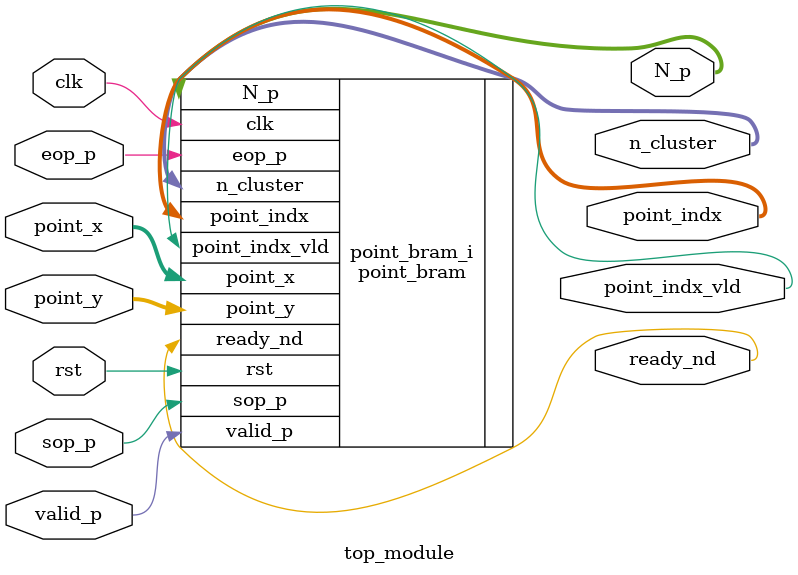
<source format=v>
`timescale 1ns / 1ps




module top_module(
    input        rst,
    input        clk,
    input [7:0]  point_x,
    input [7:0]  point_y,
    input        valid_p,
    input        sop_p,
    input        eop_p,
	
	output  [7 : 0]  point_indx,    // index of point
	output           point_indx_vld,// index of point valid
	output  [7 : 0]  n_cluster,     // number of cluster
	 
	output       ready_nd,
	output [7:0] N_p
    );
	 

	 point_bram point_bram_i(
    .rst(rst),
    .clk(clk),
    .point_x(point_x),
    .point_y(point_y),
    .valid_p(valid_p),
    .sop_p(sop_p),
    .eop_p(eop_p),
	.point_indx(point_indx),
	.point_indx_vld(point_indx_vld),
	.n_cluster(n_cluster),
	.ready_nd(ready_nd),
	.N_p(N_p)
	 );

endmodule

</source>
